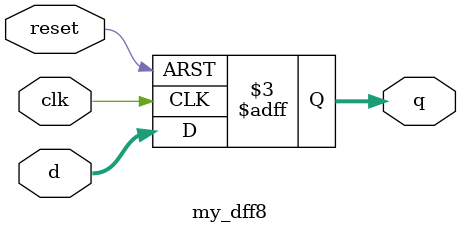
<source format=v>
module question6 ( 
    input clk,
	input reset,
    input [7:0] d, 
    input [1:0] sel, 
    output reg [7:0] q 
);

wire [7:0] q0, q1, q2;

my_dff8 d0(clk, reset,  d, q0);
my_dff8 d1(clk, reset, q0, q1);
my_dff8 d2(clk, reset, q1, q2);

always @(*) case (sel)
    2'h0: q = d;
    2'h1: q = q0;
    2'h2: q = q1;
    2'h3: q = q2;
endcase

endmodule

//---------------------------------------------------------------------------//

module my_dff8 (
    input clk,
    input reset,
    input [7:0] d,
    output reg [7:0] q
);

always @(negedge reset, posedge clk) begin
    if (!reset)
        q <= 8'b0;
    else
        q <= d;
end
endmodule

</source>
